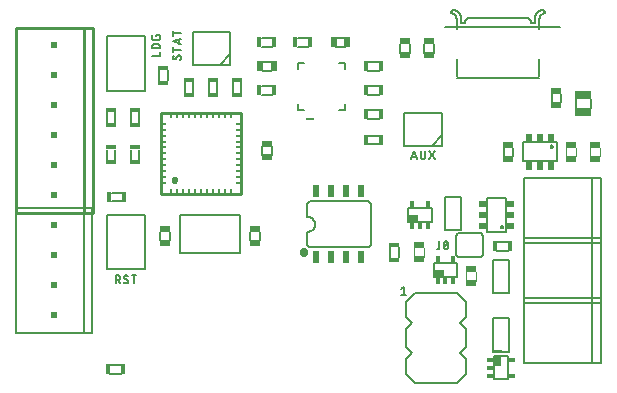
<source format=gto>
G75*
%MOIN*%
%OFA0B0*%
%FSLAX25Y25*%
%IPPOS*%
%LPD*%
%AMOC8*
5,1,8,0,0,1.08239X$1,22.5*
%
%ADD10C,0.00500*%
%ADD11C,0.00400*%
%ADD12R,0.03740X0.01969*%
%ADD13R,0.05709X0.02953*%
%ADD14R,0.01969X0.03740*%
%ADD15C,0.00600*%
%ADD16R,0.01600X0.03400*%
%ADD17C,0.01000*%
%ADD18R,0.00984X0.01969*%
%ADD19R,0.01969X0.00984*%
%ADD20R,0.02000X0.02000*%
%ADD21C,0.00800*%
%ADD22R,0.03400X0.01600*%
%ADD23R,0.02000X0.04050*%
%ADD24R,0.02000X0.04000*%
%ADD25C,0.00010*%
%ADD26R,0.01181X0.02067*%
%ADD27R,0.03500X0.02000*%
%ADD28R,0.02067X0.01181*%
%ADD29R,0.02000X0.03500*%
%ADD30R,0.01969X0.02559*%
%ADD31R,0.02559X0.01969*%
%ADD32R,0.02500X0.01000*%
D10*
X0009705Y0027809D02*
X0032500Y0027809D01*
X0032500Y0069620D01*
X0035295Y0069620D01*
X0035295Y0027809D01*
X0032500Y0027809D01*
X0009705Y0027809D02*
X0009705Y0069620D01*
X0032500Y0069620D01*
X0040201Y0067269D02*
X0040201Y0049159D01*
X0052799Y0049159D01*
X0052799Y0067269D01*
X0040201Y0067269D01*
X0057950Y0061616D02*
X0057950Y0058813D01*
X0061101Y0058813D02*
X0061101Y0061616D01*
X0064657Y0067014D02*
X0084343Y0067014D01*
X0084343Y0054415D01*
X0064657Y0054415D01*
X0064657Y0067014D01*
X0087899Y0061616D02*
X0087899Y0058813D01*
X0091050Y0058813D02*
X0091050Y0061616D01*
X0091899Y0087313D02*
X0091899Y0090116D01*
X0095050Y0090116D02*
X0095050Y0087313D01*
X0103752Y0102214D02*
X0103752Y0104183D01*
X0103752Y0102214D02*
X0105720Y0102214D01*
X0117531Y0102214D02*
X0119500Y0102214D01*
X0119500Y0104183D01*
X0119500Y0115994D02*
X0119500Y0117962D01*
X0117531Y0117962D01*
X0116598Y0123114D02*
X0119402Y0123114D01*
X0119402Y0126264D02*
X0116598Y0126264D01*
X0105720Y0117962D02*
X0103752Y0117962D01*
X0103752Y0115994D01*
X0094902Y0115114D02*
X0092098Y0115114D01*
X0092098Y0118264D02*
X0094902Y0118264D01*
X0081299Y0117203D02*
X0068701Y0117203D01*
X0068701Y0128226D01*
X0081299Y0128226D01*
X0081299Y0120714D01*
X0078000Y0117214D01*
X0081299Y0117203D02*
X0081299Y0120714D01*
X0064850Y0122322D02*
X0062150Y0122322D01*
X0062150Y0121572D02*
X0062150Y0123072D01*
X0062150Y0125010D02*
X0064850Y0125910D01*
X0064175Y0125685D02*
X0064175Y0124335D01*
X0064850Y0124110D02*
X0062150Y0125010D01*
X0062150Y0126948D02*
X0062150Y0128448D01*
X0062150Y0127698D02*
X0064850Y0127698D01*
X0057850Y0127148D02*
X0057850Y0126248D01*
X0057848Y0126201D01*
X0057843Y0126154D01*
X0057833Y0126108D01*
X0057821Y0126063D01*
X0057804Y0126018D01*
X0057785Y0125976D01*
X0057762Y0125935D01*
X0057735Y0125895D01*
X0057706Y0125858D01*
X0057674Y0125824D01*
X0057640Y0125792D01*
X0057603Y0125763D01*
X0057563Y0125736D01*
X0057522Y0125713D01*
X0057480Y0125694D01*
X0057435Y0125677D01*
X0057390Y0125665D01*
X0057344Y0125655D01*
X0057297Y0125650D01*
X0057250Y0125648D01*
X0055750Y0125648D01*
X0055703Y0125650D01*
X0055656Y0125655D01*
X0055610Y0125665D01*
X0055565Y0125677D01*
X0055520Y0125694D01*
X0055478Y0125713D01*
X0055437Y0125736D01*
X0055397Y0125763D01*
X0055360Y0125792D01*
X0055326Y0125824D01*
X0055294Y0125858D01*
X0055265Y0125895D01*
X0055238Y0125935D01*
X0055215Y0125976D01*
X0055196Y0126018D01*
X0055179Y0126063D01*
X0055167Y0126108D01*
X0055157Y0126154D01*
X0055152Y0126201D01*
X0055150Y0126248D01*
X0055150Y0127148D01*
X0056350Y0127148D02*
X0056350Y0126698D01*
X0056350Y0127148D02*
X0057850Y0127148D01*
X0057100Y0124172D02*
X0055900Y0124172D01*
X0055846Y0124170D01*
X0055793Y0124164D01*
X0055741Y0124155D01*
X0055689Y0124142D01*
X0055638Y0124125D01*
X0055588Y0124104D01*
X0055541Y0124080D01*
X0055495Y0124053D01*
X0055451Y0124022D01*
X0055409Y0123989D01*
X0055370Y0123952D01*
X0055333Y0123913D01*
X0055300Y0123871D01*
X0055269Y0123827D01*
X0055242Y0123781D01*
X0055218Y0123734D01*
X0055197Y0123684D01*
X0055180Y0123633D01*
X0055167Y0123581D01*
X0055158Y0123529D01*
X0055152Y0123476D01*
X0055150Y0123422D01*
X0055152Y0123368D01*
X0055158Y0123315D01*
X0055167Y0123263D01*
X0055180Y0123211D01*
X0055197Y0123160D01*
X0055218Y0123110D01*
X0055242Y0123063D01*
X0055269Y0123017D01*
X0055300Y0122973D01*
X0055333Y0122931D01*
X0055370Y0122892D01*
X0055409Y0122855D01*
X0055451Y0122822D01*
X0055495Y0122791D01*
X0055541Y0122764D01*
X0055588Y0122740D01*
X0055638Y0122719D01*
X0055689Y0122702D01*
X0055741Y0122689D01*
X0055793Y0122680D01*
X0055846Y0122674D01*
X0055900Y0122672D01*
X0057100Y0122672D01*
X0057154Y0122674D01*
X0057207Y0122680D01*
X0057259Y0122689D01*
X0057311Y0122702D01*
X0057362Y0122719D01*
X0057412Y0122740D01*
X0057459Y0122764D01*
X0057505Y0122791D01*
X0057549Y0122822D01*
X0057591Y0122855D01*
X0057630Y0122892D01*
X0057667Y0122931D01*
X0057700Y0122973D01*
X0057731Y0123017D01*
X0057758Y0123063D01*
X0057782Y0123110D01*
X0057803Y0123160D01*
X0057820Y0123211D01*
X0057833Y0123263D01*
X0057842Y0123315D01*
X0057848Y0123368D01*
X0057850Y0123422D01*
X0057848Y0123476D01*
X0057842Y0123529D01*
X0057833Y0123581D01*
X0057820Y0123633D01*
X0057803Y0123684D01*
X0057782Y0123734D01*
X0057758Y0123781D01*
X0057731Y0123827D01*
X0057700Y0123871D01*
X0057667Y0123913D01*
X0057630Y0123952D01*
X0057591Y0123989D01*
X0057549Y0124022D01*
X0057505Y0124053D01*
X0057459Y0124080D01*
X0057412Y0124104D01*
X0057362Y0124125D01*
X0057311Y0124142D01*
X0057259Y0124155D01*
X0057207Y0124164D01*
X0057154Y0124170D01*
X0057100Y0124172D01*
X0057850Y0121481D02*
X0057850Y0120281D01*
X0055150Y0120281D01*
X0052799Y0126769D02*
X0040201Y0126769D01*
X0040201Y0108659D01*
X0052799Y0108659D01*
X0052799Y0126769D01*
X0062750Y0119056D02*
X0062799Y0119058D01*
X0062847Y0119064D01*
X0062895Y0119073D01*
X0062941Y0119087D01*
X0062987Y0119104D01*
X0063031Y0119125D01*
X0063073Y0119149D01*
X0063113Y0119176D01*
X0063151Y0119207D01*
X0063186Y0119240D01*
X0063219Y0119276D01*
X0063248Y0119315D01*
X0063275Y0119356D01*
X0063275Y0119355D02*
X0063725Y0120180D01*
X0064850Y0119880D02*
X0064848Y0119813D01*
X0064843Y0119747D01*
X0064834Y0119681D01*
X0064822Y0119615D01*
X0064806Y0119550D01*
X0064787Y0119486D01*
X0064765Y0119424D01*
X0064739Y0119362D01*
X0064710Y0119302D01*
X0064678Y0119243D01*
X0064643Y0119187D01*
X0064606Y0119132D01*
X0064565Y0119079D01*
X0064521Y0119029D01*
X0064475Y0118980D01*
X0063725Y0120180D02*
X0063752Y0120221D01*
X0063781Y0120260D01*
X0063814Y0120296D01*
X0063849Y0120329D01*
X0063887Y0120360D01*
X0063927Y0120387D01*
X0063969Y0120411D01*
X0064013Y0120432D01*
X0064059Y0120449D01*
X0064105Y0120463D01*
X0064153Y0120472D01*
X0064201Y0120478D01*
X0064250Y0120480D01*
X0064297Y0120478D01*
X0064344Y0120473D01*
X0064390Y0120463D01*
X0064435Y0120451D01*
X0064480Y0120434D01*
X0064522Y0120415D01*
X0064563Y0120392D01*
X0064603Y0120365D01*
X0064640Y0120336D01*
X0064674Y0120304D01*
X0064706Y0120270D01*
X0064735Y0120233D01*
X0064762Y0120193D01*
X0064785Y0120152D01*
X0064804Y0120110D01*
X0064821Y0120065D01*
X0064833Y0120020D01*
X0064843Y0119974D01*
X0064848Y0119927D01*
X0064850Y0119880D01*
X0062375Y0120330D02*
X0062337Y0120276D01*
X0062302Y0120220D01*
X0062271Y0120162D01*
X0062243Y0120103D01*
X0062219Y0120042D01*
X0062198Y0119979D01*
X0062181Y0119916D01*
X0062167Y0119851D01*
X0062158Y0119786D01*
X0062152Y0119721D01*
X0062150Y0119655D01*
X0062152Y0119608D01*
X0062157Y0119561D01*
X0062167Y0119515D01*
X0062179Y0119470D01*
X0062196Y0119425D01*
X0062215Y0119383D01*
X0062238Y0119342D01*
X0062265Y0119302D01*
X0062294Y0119265D01*
X0062326Y0119231D01*
X0062360Y0119199D01*
X0062397Y0119170D01*
X0062437Y0119143D01*
X0062478Y0119120D01*
X0062520Y0119101D01*
X0062565Y0119084D01*
X0062610Y0119072D01*
X0062656Y0119062D01*
X0062703Y0119057D01*
X0062750Y0119055D01*
X0137950Y0121313D02*
X0137950Y0124116D01*
X0141101Y0124116D02*
X0141101Y0121313D01*
X0145950Y0121313D02*
X0145950Y0124116D01*
X0149101Y0124116D02*
X0149101Y0121313D01*
X0156720Y0119293D02*
X0156720Y0113388D01*
X0156720Y0112994D02*
X0184280Y0112994D01*
X0184280Y0113388D02*
X0184280Y0119293D01*
X0184280Y0129136D02*
X0184280Y0132482D01*
X0184280Y0132679D01*
X0182704Y0132482D02*
X0182706Y0132592D01*
X0182712Y0132702D01*
X0182721Y0132811D01*
X0182735Y0132920D01*
X0182752Y0133029D01*
X0182773Y0133137D01*
X0182798Y0133244D01*
X0182826Y0133350D01*
X0182858Y0133455D01*
X0182894Y0133559D01*
X0182933Y0133662D01*
X0182976Y0133763D01*
X0183023Y0133863D01*
X0183073Y0133961D01*
X0183126Y0134057D01*
X0183183Y0134151D01*
X0183243Y0134243D01*
X0183306Y0134334D01*
X0183372Y0134421D01*
X0183441Y0134507D01*
X0183513Y0134590D01*
X0183588Y0134670D01*
X0183666Y0134748D01*
X0183746Y0134823D01*
X0183829Y0134895D01*
X0183915Y0134964D01*
X0184002Y0135030D01*
X0184093Y0135093D01*
X0184185Y0135153D01*
X0184279Y0135210D01*
X0184375Y0135263D01*
X0184473Y0135313D01*
X0184573Y0135360D01*
X0184674Y0135403D01*
X0184777Y0135442D01*
X0184881Y0135478D01*
X0184986Y0135510D01*
X0185092Y0135538D01*
X0185199Y0135563D01*
X0185307Y0135584D01*
X0185416Y0135601D01*
X0185525Y0135615D01*
X0185634Y0135624D01*
X0185744Y0135630D01*
X0185854Y0135632D01*
X0186248Y0134451D01*
X0186162Y0134449D01*
X0186076Y0134444D01*
X0185991Y0134434D01*
X0185906Y0134421D01*
X0185822Y0134404D01*
X0185738Y0134384D01*
X0185656Y0134360D01*
X0185575Y0134332D01*
X0185494Y0134301D01*
X0185416Y0134267D01*
X0185339Y0134229D01*
X0185264Y0134187D01*
X0185190Y0134143D01*
X0185119Y0134095D01*
X0185049Y0134044D01*
X0184982Y0133990D01*
X0184918Y0133934D01*
X0184856Y0133874D01*
X0184796Y0133812D01*
X0184740Y0133748D01*
X0184686Y0133681D01*
X0184635Y0133611D01*
X0184587Y0133540D01*
X0184543Y0133467D01*
X0184501Y0133391D01*
X0184463Y0133314D01*
X0184429Y0133236D01*
X0184398Y0133155D01*
X0184370Y0133074D01*
X0184346Y0132992D01*
X0184326Y0132908D01*
X0184309Y0132824D01*
X0184296Y0132739D01*
X0184286Y0132654D01*
X0184281Y0132568D01*
X0184279Y0132482D01*
X0182705Y0132482D02*
X0182705Y0131301D01*
X0181524Y0131301D01*
X0181522Y0131378D01*
X0181516Y0131455D01*
X0181507Y0131532D01*
X0181494Y0131608D01*
X0181477Y0131684D01*
X0181456Y0131758D01*
X0181432Y0131832D01*
X0181404Y0131904D01*
X0181373Y0131974D01*
X0181338Y0132043D01*
X0181300Y0132111D01*
X0181259Y0132176D01*
X0181214Y0132239D01*
X0181166Y0132300D01*
X0181116Y0132359D01*
X0181063Y0132415D01*
X0181007Y0132468D01*
X0180948Y0132518D01*
X0180887Y0132566D01*
X0180824Y0132611D01*
X0180759Y0132652D01*
X0180691Y0132690D01*
X0180622Y0132725D01*
X0180552Y0132756D01*
X0180480Y0132784D01*
X0180406Y0132808D01*
X0180332Y0132829D01*
X0180256Y0132846D01*
X0180180Y0132859D01*
X0180103Y0132868D01*
X0180026Y0132874D01*
X0179949Y0132876D01*
X0161051Y0132876D01*
X0160974Y0132874D01*
X0160897Y0132868D01*
X0160820Y0132859D01*
X0160744Y0132846D01*
X0160668Y0132829D01*
X0160594Y0132808D01*
X0160520Y0132784D01*
X0160448Y0132756D01*
X0160378Y0132725D01*
X0160309Y0132690D01*
X0160241Y0132652D01*
X0160176Y0132611D01*
X0160113Y0132566D01*
X0160052Y0132518D01*
X0159993Y0132468D01*
X0159937Y0132415D01*
X0159884Y0132359D01*
X0159834Y0132300D01*
X0159786Y0132239D01*
X0159741Y0132176D01*
X0159700Y0132111D01*
X0159662Y0132043D01*
X0159627Y0131974D01*
X0159596Y0131904D01*
X0159568Y0131832D01*
X0159544Y0131758D01*
X0159523Y0131684D01*
X0159506Y0131608D01*
X0159493Y0131532D01*
X0159484Y0131455D01*
X0159478Y0131378D01*
X0159476Y0131301D01*
X0158295Y0131301D01*
X0158295Y0132482D01*
X0156720Y0132482D02*
X0156720Y0132679D01*
X0156720Y0132482D02*
X0156720Y0129136D01*
X0158296Y0132482D02*
X0158294Y0132592D01*
X0158288Y0132702D01*
X0158279Y0132811D01*
X0158265Y0132920D01*
X0158248Y0133029D01*
X0158227Y0133137D01*
X0158202Y0133244D01*
X0158174Y0133350D01*
X0158142Y0133455D01*
X0158106Y0133559D01*
X0158067Y0133662D01*
X0158024Y0133763D01*
X0157977Y0133863D01*
X0157927Y0133961D01*
X0157874Y0134057D01*
X0157817Y0134151D01*
X0157757Y0134243D01*
X0157694Y0134334D01*
X0157628Y0134421D01*
X0157559Y0134507D01*
X0157487Y0134590D01*
X0157412Y0134670D01*
X0157334Y0134748D01*
X0157254Y0134823D01*
X0157171Y0134895D01*
X0157085Y0134964D01*
X0156998Y0135030D01*
X0156907Y0135093D01*
X0156815Y0135153D01*
X0156721Y0135210D01*
X0156625Y0135263D01*
X0156527Y0135313D01*
X0156427Y0135360D01*
X0156326Y0135403D01*
X0156223Y0135442D01*
X0156119Y0135478D01*
X0156014Y0135510D01*
X0155908Y0135538D01*
X0155801Y0135563D01*
X0155693Y0135584D01*
X0155584Y0135601D01*
X0155475Y0135615D01*
X0155366Y0135624D01*
X0155256Y0135630D01*
X0155146Y0135632D01*
X0154752Y0134451D01*
X0154838Y0134449D01*
X0154924Y0134444D01*
X0155009Y0134434D01*
X0155094Y0134421D01*
X0155178Y0134404D01*
X0155262Y0134384D01*
X0155344Y0134360D01*
X0155425Y0134332D01*
X0155506Y0134301D01*
X0155584Y0134267D01*
X0155661Y0134229D01*
X0155737Y0134187D01*
X0155810Y0134143D01*
X0155881Y0134095D01*
X0155951Y0134044D01*
X0156018Y0133990D01*
X0156082Y0133934D01*
X0156144Y0133874D01*
X0156204Y0133812D01*
X0156260Y0133748D01*
X0156314Y0133681D01*
X0156365Y0133611D01*
X0156413Y0133540D01*
X0156457Y0133467D01*
X0156499Y0133391D01*
X0156537Y0133314D01*
X0156571Y0133236D01*
X0156602Y0133155D01*
X0156630Y0133074D01*
X0156654Y0132992D01*
X0156674Y0132908D01*
X0156691Y0132824D01*
X0156704Y0132739D01*
X0156714Y0132654D01*
X0156719Y0132568D01*
X0156721Y0132482D01*
X0152783Y0129923D02*
X0191169Y0129923D01*
X0191550Y0107616D02*
X0191550Y0104813D01*
X0188399Y0104813D02*
X0188399Y0107616D01*
X0196402Y0105714D02*
X0196402Y0102714D01*
X0201598Y0102813D02*
X0201598Y0105714D01*
X0175550Y0089616D02*
X0175550Y0086813D01*
X0172399Y0086813D02*
X0172399Y0089616D01*
X0151799Y0090203D02*
X0139201Y0090203D01*
X0139201Y0101226D01*
X0151799Y0101226D01*
X0151799Y0093714D01*
X0148500Y0090214D01*
X0149376Y0088564D02*
X0147576Y0085864D01*
X0146250Y0086614D02*
X0146250Y0088564D01*
X0147576Y0088564D02*
X0149376Y0085864D01*
X0146250Y0086614D02*
X0146248Y0086560D01*
X0146242Y0086507D01*
X0146233Y0086455D01*
X0146220Y0086403D01*
X0146203Y0086352D01*
X0146182Y0086302D01*
X0146158Y0086255D01*
X0146131Y0086209D01*
X0146100Y0086165D01*
X0146067Y0086123D01*
X0146030Y0086084D01*
X0145991Y0086047D01*
X0145949Y0086014D01*
X0145905Y0085983D01*
X0145859Y0085956D01*
X0145812Y0085932D01*
X0145762Y0085911D01*
X0145711Y0085894D01*
X0145659Y0085881D01*
X0145607Y0085872D01*
X0145554Y0085866D01*
X0145500Y0085864D01*
X0145446Y0085866D01*
X0145393Y0085872D01*
X0145341Y0085881D01*
X0145289Y0085894D01*
X0145238Y0085911D01*
X0145188Y0085932D01*
X0145141Y0085956D01*
X0145095Y0085983D01*
X0145051Y0086014D01*
X0145009Y0086047D01*
X0144970Y0086084D01*
X0144933Y0086123D01*
X0144900Y0086165D01*
X0144869Y0086209D01*
X0144842Y0086255D01*
X0144818Y0086302D01*
X0144797Y0086352D01*
X0144780Y0086403D01*
X0144767Y0086455D01*
X0144758Y0086507D01*
X0144752Y0086560D01*
X0144750Y0086614D01*
X0144750Y0088564D01*
X0142524Y0088564D02*
X0143424Y0085864D01*
X0143199Y0086539D02*
X0141849Y0086539D01*
X0141624Y0085864D02*
X0142524Y0088564D01*
X0151799Y0090203D02*
X0151799Y0093714D01*
X0150971Y0058564D02*
X0150971Y0056464D01*
X0150969Y0056417D01*
X0150964Y0056370D01*
X0150954Y0056324D01*
X0150942Y0056279D01*
X0150925Y0056234D01*
X0150906Y0056192D01*
X0150883Y0056151D01*
X0150856Y0056111D01*
X0150827Y0056074D01*
X0150795Y0056040D01*
X0150761Y0056008D01*
X0150724Y0055979D01*
X0150684Y0055952D01*
X0150643Y0055929D01*
X0150601Y0055910D01*
X0150556Y0055893D01*
X0150511Y0055881D01*
X0150465Y0055871D01*
X0150418Y0055866D01*
X0150371Y0055864D01*
X0150071Y0055864D01*
X0153704Y0056239D02*
X0153742Y0056322D01*
X0153778Y0056407D01*
X0153809Y0056493D01*
X0153837Y0056581D01*
X0153861Y0056669D01*
X0153882Y0056758D01*
X0153899Y0056849D01*
X0153912Y0056939D01*
X0153921Y0057031D01*
X0153927Y0057122D01*
X0153929Y0057214D01*
X0152429Y0057214D02*
X0152431Y0057122D01*
X0152437Y0057031D01*
X0152446Y0056939D01*
X0152459Y0056849D01*
X0152476Y0056758D01*
X0152497Y0056669D01*
X0152521Y0056581D01*
X0152549Y0056493D01*
X0152580Y0056407D01*
X0152616Y0056322D01*
X0152654Y0056239D01*
X0152579Y0056464D02*
X0153779Y0057964D01*
X0153704Y0058189D02*
X0153687Y0058232D01*
X0153667Y0058273D01*
X0153644Y0058312D01*
X0153617Y0058350D01*
X0153587Y0058385D01*
X0153555Y0058417D01*
X0153520Y0058447D01*
X0153483Y0058474D01*
X0153443Y0058497D01*
X0153402Y0058517D01*
X0153359Y0058534D01*
X0153315Y0058547D01*
X0153270Y0058556D01*
X0153225Y0058562D01*
X0153179Y0058564D01*
X0153133Y0058562D01*
X0153088Y0058556D01*
X0153043Y0058547D01*
X0152999Y0058534D01*
X0152956Y0058517D01*
X0152915Y0058497D01*
X0152875Y0058474D01*
X0152838Y0058447D01*
X0152803Y0058417D01*
X0152771Y0058385D01*
X0152741Y0058350D01*
X0152714Y0058312D01*
X0152691Y0058273D01*
X0152671Y0058232D01*
X0152654Y0058189D01*
X0153704Y0058189D02*
X0153742Y0058106D01*
X0153778Y0058021D01*
X0153809Y0057935D01*
X0153837Y0057847D01*
X0153861Y0057759D01*
X0153882Y0057670D01*
X0153899Y0057579D01*
X0153912Y0057489D01*
X0153921Y0057397D01*
X0153927Y0057306D01*
X0153929Y0057214D01*
X0152429Y0057214D02*
X0152431Y0057306D01*
X0152437Y0057397D01*
X0152446Y0057489D01*
X0152459Y0057579D01*
X0152476Y0057670D01*
X0152497Y0057759D01*
X0152521Y0057847D01*
X0152549Y0057935D01*
X0152580Y0058021D01*
X0152616Y0058106D01*
X0152654Y0058189D01*
X0153704Y0056239D02*
X0153687Y0056196D01*
X0153667Y0056155D01*
X0153644Y0056116D01*
X0153617Y0056078D01*
X0153587Y0056043D01*
X0153555Y0056011D01*
X0153520Y0055981D01*
X0153483Y0055954D01*
X0153443Y0055931D01*
X0153402Y0055911D01*
X0153359Y0055894D01*
X0153315Y0055881D01*
X0153270Y0055872D01*
X0153225Y0055866D01*
X0153179Y0055864D01*
X0153133Y0055866D01*
X0153088Y0055872D01*
X0153043Y0055881D01*
X0152999Y0055894D01*
X0152956Y0055911D01*
X0152915Y0055931D01*
X0152875Y0055954D01*
X0152838Y0055981D01*
X0152803Y0056011D01*
X0152771Y0056043D01*
X0152741Y0056078D01*
X0152714Y0056116D01*
X0152691Y0056155D01*
X0152671Y0056196D01*
X0152654Y0056239D01*
X0157000Y0041214D02*
X0143000Y0041214D01*
X0140000Y0038214D01*
X0140000Y0033214D01*
X0142000Y0031214D01*
X0140000Y0029214D01*
X0140000Y0023214D01*
X0142000Y0021214D01*
X0140000Y0019214D01*
X0140000Y0014214D01*
X0143000Y0011214D01*
X0157000Y0011214D01*
X0160000Y0014214D01*
X0160000Y0019214D01*
X0158000Y0021214D01*
X0160000Y0023214D01*
X0160000Y0029214D01*
X0158000Y0031214D01*
X0160000Y0033214D01*
X0160000Y0038214D01*
X0157000Y0041214D01*
X0049924Y0047064D02*
X0048424Y0047064D01*
X0049174Y0047064D02*
X0049174Y0044364D01*
X0047032Y0045489D02*
X0046207Y0045939D01*
X0046507Y0047064D02*
X0046573Y0047062D01*
X0046638Y0047056D01*
X0046703Y0047047D01*
X0046768Y0047033D01*
X0046831Y0047016D01*
X0046894Y0046995D01*
X0046955Y0046971D01*
X0047014Y0046943D01*
X0047072Y0046912D01*
X0047128Y0046877D01*
X0047182Y0046839D01*
X0046208Y0045939D02*
X0046167Y0045966D01*
X0046128Y0045995D01*
X0046092Y0046028D01*
X0046059Y0046063D01*
X0046028Y0046101D01*
X0046001Y0046141D01*
X0045977Y0046183D01*
X0045956Y0046227D01*
X0045939Y0046273D01*
X0045925Y0046319D01*
X0045916Y0046367D01*
X0045910Y0046415D01*
X0045908Y0046464D01*
X0045907Y0046464D02*
X0045909Y0046511D01*
X0045914Y0046558D01*
X0045924Y0046604D01*
X0045936Y0046649D01*
X0045953Y0046694D01*
X0045972Y0046736D01*
X0045995Y0046777D01*
X0046022Y0046817D01*
X0046051Y0046854D01*
X0046083Y0046888D01*
X0046117Y0046920D01*
X0046154Y0046949D01*
X0046194Y0046976D01*
X0046235Y0046999D01*
X0046277Y0047018D01*
X0046322Y0047035D01*
X0046367Y0047047D01*
X0046413Y0047057D01*
X0046460Y0047062D01*
X0046507Y0047064D01*
X0045832Y0044740D02*
X0045881Y0044694D01*
X0045931Y0044650D01*
X0045984Y0044609D01*
X0046039Y0044572D01*
X0046095Y0044537D01*
X0046154Y0044505D01*
X0046214Y0044476D01*
X0046276Y0044450D01*
X0046338Y0044428D01*
X0046402Y0044409D01*
X0046467Y0044393D01*
X0046533Y0044381D01*
X0046599Y0044372D01*
X0046665Y0044367D01*
X0046732Y0044365D01*
X0046732Y0044364D02*
X0046779Y0044366D01*
X0046826Y0044371D01*
X0046872Y0044381D01*
X0046917Y0044393D01*
X0046962Y0044410D01*
X0047004Y0044429D01*
X0047045Y0044452D01*
X0047085Y0044479D01*
X0047122Y0044508D01*
X0047156Y0044540D01*
X0047188Y0044574D01*
X0047217Y0044611D01*
X0047244Y0044651D01*
X0047267Y0044692D01*
X0047286Y0044734D01*
X0047303Y0044779D01*
X0047315Y0044824D01*
X0047325Y0044870D01*
X0047330Y0044917D01*
X0047332Y0044964D01*
X0047330Y0045013D01*
X0047324Y0045061D01*
X0047315Y0045109D01*
X0047301Y0045155D01*
X0047284Y0045201D01*
X0047263Y0045245D01*
X0047239Y0045287D01*
X0047212Y0045327D01*
X0047181Y0045365D01*
X0047148Y0045400D01*
X0047112Y0045433D01*
X0047073Y0045462D01*
X0047032Y0045489D01*
X0044576Y0044364D02*
X0043976Y0045564D01*
X0043826Y0045564D02*
X0043076Y0045564D01*
X0043826Y0045564D02*
X0043880Y0045566D01*
X0043933Y0045572D01*
X0043985Y0045581D01*
X0044037Y0045594D01*
X0044088Y0045611D01*
X0044138Y0045632D01*
X0044185Y0045656D01*
X0044231Y0045683D01*
X0044275Y0045714D01*
X0044317Y0045747D01*
X0044356Y0045784D01*
X0044393Y0045823D01*
X0044426Y0045865D01*
X0044457Y0045909D01*
X0044484Y0045955D01*
X0044508Y0046002D01*
X0044529Y0046052D01*
X0044546Y0046103D01*
X0044559Y0046155D01*
X0044568Y0046207D01*
X0044574Y0046260D01*
X0044576Y0046314D01*
X0044574Y0046368D01*
X0044568Y0046421D01*
X0044559Y0046473D01*
X0044546Y0046525D01*
X0044529Y0046576D01*
X0044508Y0046626D01*
X0044484Y0046673D01*
X0044457Y0046719D01*
X0044426Y0046763D01*
X0044393Y0046805D01*
X0044356Y0046844D01*
X0044317Y0046881D01*
X0044275Y0046914D01*
X0044231Y0046945D01*
X0044185Y0046972D01*
X0044138Y0046996D01*
X0044088Y0047017D01*
X0044037Y0047034D01*
X0043985Y0047047D01*
X0043933Y0047056D01*
X0043880Y0047062D01*
X0043826Y0047064D01*
X0043076Y0047064D01*
X0043076Y0044364D01*
D11*
X0142350Y0053313D02*
X0142350Y0056116D01*
X0145701Y0056116D02*
X0145701Y0053313D01*
X0159850Y0048116D02*
X0159850Y0045313D01*
X0163201Y0045313D02*
X0163201Y0048116D01*
X0193299Y0086813D02*
X0193299Y0089616D01*
X0196650Y0089616D02*
X0196650Y0086813D01*
X0201299Y0086813D02*
X0201299Y0089616D01*
X0204650Y0089616D02*
X0204650Y0086813D01*
D12*
X0202980Y0085899D03*
X0202980Y0090499D03*
X0194980Y0090499D03*
X0194980Y0085899D03*
X0173980Y0085899D03*
X0173980Y0090499D03*
X0189980Y0103899D03*
X0189980Y0108499D03*
X0147520Y0120430D03*
X0147520Y0125030D03*
X0139520Y0125030D03*
X0139520Y0120430D03*
X0093480Y0090999D03*
X0093480Y0086399D03*
X0089480Y0062499D03*
X0089480Y0057899D03*
X0059520Y0057930D03*
X0059520Y0062530D03*
X0144020Y0057030D03*
X0144020Y0052430D03*
X0161520Y0049030D03*
X0161520Y0044430D03*
D13*
X0198995Y0101391D03*
X0198995Y0107091D03*
D14*
X0120316Y0124694D03*
X0115716Y0124694D03*
X0095816Y0116694D03*
X0091216Y0116694D03*
D15*
X0084902Y0111415D02*
X0084902Y0108014D01*
X0082098Y0108014D02*
X0082098Y0111415D01*
X0076902Y0111415D02*
X0076902Y0108014D01*
X0074098Y0108014D02*
X0074098Y0111415D01*
X0068902Y0111415D02*
X0068902Y0108014D01*
X0066098Y0108014D02*
X0066098Y0111415D01*
X0060402Y0112014D02*
X0060402Y0115415D01*
X0057598Y0115415D02*
X0057598Y0112014D01*
X0050902Y0101415D02*
X0050902Y0098014D01*
X0048098Y0098014D02*
X0048098Y0101415D01*
X0042902Y0101415D02*
X0042902Y0098014D01*
X0040098Y0098014D02*
X0040098Y0101415D01*
X0040098Y0088915D02*
X0040098Y0085514D01*
X0042902Y0085514D02*
X0042902Y0088915D01*
X0048098Y0088915D02*
X0048098Y0085514D01*
X0050902Y0085514D02*
X0050902Y0088915D01*
X0045201Y0074616D02*
X0041799Y0074616D01*
X0041799Y0071813D02*
X0045201Y0071813D01*
X0091799Y0107313D02*
X0095201Y0107313D01*
X0095201Y0110116D02*
X0091799Y0110116D01*
X0091799Y0123313D02*
X0095201Y0123313D01*
X0095201Y0126116D02*
X0091799Y0126116D01*
X0103799Y0126116D02*
X0107201Y0126116D01*
X0107201Y0123313D02*
X0103799Y0123313D01*
X0127299Y0118116D02*
X0130701Y0118116D01*
X0130701Y0115313D02*
X0127299Y0115313D01*
X0127299Y0110116D02*
X0130701Y0110116D01*
X0130701Y0107313D02*
X0127299Y0107313D01*
X0127299Y0102116D02*
X0130701Y0102116D01*
X0130701Y0099313D02*
X0127299Y0099313D01*
X0127299Y0093616D02*
X0130701Y0093616D01*
X0130701Y0090813D02*
X0127299Y0090813D01*
X0152900Y0073314D02*
X0158100Y0073314D01*
X0158100Y0062114D01*
X0152900Y0062114D01*
X0152900Y0073314D01*
X0166811Y0072813D02*
X0166811Y0072443D01*
X0166811Y0072813D02*
X0166811Y0061616D01*
X0166811Y0061986D01*
X0166811Y0061616D02*
X0173189Y0061616D01*
X0173189Y0061986D01*
X0173189Y0061616D02*
X0173189Y0072813D01*
X0173189Y0072443D01*
X0173189Y0072813D02*
X0166811Y0072813D01*
X0166811Y0069269D02*
X0166811Y0068899D01*
X0166811Y0065529D02*
X0166811Y0065159D01*
X0171378Y0063277D02*
X0171380Y0063316D01*
X0171386Y0063355D01*
X0171396Y0063393D01*
X0171409Y0063430D01*
X0171426Y0063465D01*
X0171446Y0063499D01*
X0171470Y0063530D01*
X0171497Y0063559D01*
X0171526Y0063585D01*
X0171558Y0063608D01*
X0171592Y0063628D01*
X0171628Y0063644D01*
X0171665Y0063656D01*
X0171704Y0063665D01*
X0171743Y0063670D01*
X0171782Y0063671D01*
X0171821Y0063668D01*
X0171860Y0063661D01*
X0171897Y0063650D01*
X0171934Y0063636D01*
X0171969Y0063618D01*
X0172002Y0063597D01*
X0172033Y0063572D01*
X0172061Y0063545D01*
X0172086Y0063515D01*
X0172108Y0063482D01*
X0172127Y0063448D01*
X0172142Y0063412D01*
X0172154Y0063374D01*
X0172162Y0063336D01*
X0172166Y0063297D01*
X0172166Y0063257D01*
X0172162Y0063218D01*
X0172154Y0063180D01*
X0172142Y0063142D01*
X0172127Y0063106D01*
X0172108Y0063072D01*
X0172086Y0063039D01*
X0172061Y0063009D01*
X0172033Y0062982D01*
X0172002Y0062957D01*
X0171969Y0062936D01*
X0171934Y0062918D01*
X0171897Y0062904D01*
X0171860Y0062893D01*
X0171821Y0062886D01*
X0171782Y0062883D01*
X0171743Y0062884D01*
X0171704Y0062889D01*
X0171665Y0062898D01*
X0171628Y0062910D01*
X0171592Y0062926D01*
X0171558Y0062946D01*
X0171526Y0062969D01*
X0171497Y0062995D01*
X0171470Y0063024D01*
X0171446Y0063055D01*
X0171426Y0063089D01*
X0171409Y0063124D01*
X0171396Y0063161D01*
X0171386Y0063199D01*
X0171380Y0063238D01*
X0171378Y0063277D01*
X0173189Y0065159D02*
X0173189Y0065529D01*
X0173189Y0068899D02*
X0173189Y0069269D01*
X0164400Y0061214D02*
X0157600Y0061214D01*
X0157540Y0061212D01*
X0157479Y0061207D01*
X0157420Y0061198D01*
X0157361Y0061185D01*
X0157302Y0061169D01*
X0157245Y0061149D01*
X0157190Y0061126D01*
X0157135Y0061099D01*
X0157083Y0061070D01*
X0157032Y0061037D01*
X0156983Y0061001D01*
X0156937Y0060963D01*
X0156893Y0060921D01*
X0156851Y0060877D01*
X0156813Y0060831D01*
X0156777Y0060782D01*
X0156744Y0060731D01*
X0156715Y0060679D01*
X0156688Y0060624D01*
X0156665Y0060569D01*
X0156645Y0060512D01*
X0156629Y0060453D01*
X0156616Y0060394D01*
X0156607Y0060335D01*
X0156602Y0060274D01*
X0156600Y0060214D01*
X0156600Y0054214D01*
X0156602Y0054154D01*
X0156607Y0054093D01*
X0156616Y0054034D01*
X0156629Y0053975D01*
X0156645Y0053916D01*
X0156665Y0053859D01*
X0156688Y0053804D01*
X0156715Y0053749D01*
X0156744Y0053697D01*
X0156777Y0053646D01*
X0156813Y0053597D01*
X0156851Y0053551D01*
X0156893Y0053507D01*
X0156937Y0053465D01*
X0156983Y0053427D01*
X0157032Y0053391D01*
X0157083Y0053358D01*
X0157135Y0053329D01*
X0157190Y0053302D01*
X0157245Y0053279D01*
X0157302Y0053259D01*
X0157361Y0053243D01*
X0157420Y0053230D01*
X0157479Y0053221D01*
X0157540Y0053216D01*
X0157600Y0053214D01*
X0164400Y0053214D01*
X0164460Y0053216D01*
X0164521Y0053221D01*
X0164580Y0053230D01*
X0164639Y0053243D01*
X0164698Y0053259D01*
X0164755Y0053279D01*
X0164810Y0053302D01*
X0164865Y0053329D01*
X0164917Y0053358D01*
X0164968Y0053391D01*
X0165017Y0053427D01*
X0165063Y0053465D01*
X0165107Y0053507D01*
X0165149Y0053551D01*
X0165187Y0053597D01*
X0165223Y0053646D01*
X0165256Y0053697D01*
X0165285Y0053749D01*
X0165312Y0053804D01*
X0165335Y0053859D01*
X0165355Y0053916D01*
X0165371Y0053975D01*
X0165384Y0054034D01*
X0165393Y0054093D01*
X0165398Y0054154D01*
X0165400Y0054214D01*
X0165400Y0060214D01*
X0165398Y0060274D01*
X0165393Y0060335D01*
X0165384Y0060394D01*
X0165371Y0060453D01*
X0165355Y0060512D01*
X0165335Y0060569D01*
X0165312Y0060624D01*
X0165285Y0060679D01*
X0165256Y0060731D01*
X0165223Y0060782D01*
X0165187Y0060831D01*
X0165149Y0060877D01*
X0165107Y0060921D01*
X0165063Y0060963D01*
X0165017Y0061001D01*
X0164968Y0061037D01*
X0164917Y0061070D01*
X0164865Y0061099D01*
X0164810Y0061126D01*
X0164755Y0061149D01*
X0164698Y0061169D01*
X0164639Y0061185D01*
X0164580Y0061198D01*
X0164521Y0061207D01*
X0164460Y0061212D01*
X0164400Y0061214D01*
X0170299Y0058116D02*
X0173701Y0058116D01*
X0173701Y0055313D02*
X0170299Y0055313D01*
X0168900Y0052314D02*
X0174100Y0052314D01*
X0174100Y0041114D01*
X0168900Y0041114D01*
X0168900Y0052314D01*
X0168900Y0032814D02*
X0168900Y0021614D01*
X0174100Y0021614D01*
X0174100Y0032814D01*
X0168900Y0032814D01*
X0139744Y0040514D02*
X0138300Y0040514D01*
X0139022Y0040514D02*
X0139022Y0043114D01*
X0138300Y0042537D01*
X0137402Y0053014D02*
X0137402Y0056415D01*
X0134598Y0056415D02*
X0134598Y0053014D01*
X0178902Y0085025D02*
X0179272Y0085025D01*
X0178902Y0085025D02*
X0190098Y0085025D01*
X0189728Y0085025D01*
X0190098Y0085025D02*
X0190098Y0091403D01*
X0189728Y0091403D01*
X0190098Y0091403D02*
X0178902Y0091403D01*
X0179272Y0091403D01*
X0178902Y0091403D02*
X0178902Y0085025D01*
X0182445Y0085025D02*
X0182815Y0085025D01*
X0186185Y0085025D02*
X0186555Y0085025D01*
X0188043Y0089986D02*
X0188045Y0090025D01*
X0188051Y0090064D01*
X0188061Y0090102D01*
X0188074Y0090139D01*
X0188091Y0090174D01*
X0188111Y0090208D01*
X0188135Y0090239D01*
X0188162Y0090268D01*
X0188191Y0090294D01*
X0188223Y0090317D01*
X0188257Y0090337D01*
X0188293Y0090353D01*
X0188330Y0090365D01*
X0188369Y0090374D01*
X0188408Y0090379D01*
X0188447Y0090380D01*
X0188486Y0090377D01*
X0188525Y0090370D01*
X0188562Y0090359D01*
X0188599Y0090345D01*
X0188634Y0090327D01*
X0188667Y0090306D01*
X0188698Y0090281D01*
X0188726Y0090254D01*
X0188751Y0090224D01*
X0188773Y0090191D01*
X0188792Y0090157D01*
X0188807Y0090121D01*
X0188819Y0090083D01*
X0188827Y0090045D01*
X0188831Y0090006D01*
X0188831Y0089966D01*
X0188827Y0089927D01*
X0188819Y0089889D01*
X0188807Y0089851D01*
X0188792Y0089815D01*
X0188773Y0089781D01*
X0188751Y0089748D01*
X0188726Y0089718D01*
X0188698Y0089691D01*
X0188667Y0089666D01*
X0188634Y0089645D01*
X0188599Y0089627D01*
X0188562Y0089613D01*
X0188525Y0089602D01*
X0188486Y0089595D01*
X0188447Y0089592D01*
X0188408Y0089593D01*
X0188369Y0089598D01*
X0188330Y0089607D01*
X0188293Y0089619D01*
X0188257Y0089635D01*
X0188223Y0089655D01*
X0188191Y0089678D01*
X0188162Y0089704D01*
X0188135Y0089733D01*
X0188111Y0089764D01*
X0188091Y0089798D01*
X0188074Y0089833D01*
X0188061Y0089870D01*
X0188051Y0089908D01*
X0188045Y0089947D01*
X0188043Y0089986D01*
X0186555Y0091403D02*
X0186185Y0091403D01*
X0182815Y0091403D02*
X0182445Y0091403D01*
X0044701Y0017116D02*
X0041299Y0017116D01*
X0041299Y0014313D02*
X0044701Y0014313D01*
D16*
X0040500Y0015714D03*
X0045500Y0015714D03*
X0046000Y0073214D03*
X0041000Y0073214D03*
X0091000Y0108714D03*
X0096000Y0108714D03*
X0096000Y0124714D03*
X0091000Y0124714D03*
X0103000Y0124714D03*
X0108000Y0124714D03*
X0126500Y0116714D03*
X0131500Y0116714D03*
X0131500Y0108714D03*
X0126500Y0108714D03*
X0126500Y0100714D03*
X0131500Y0100714D03*
X0131500Y0092214D03*
X0126500Y0092214D03*
X0169500Y0056714D03*
X0174500Y0056714D03*
D17*
X0084886Y0074329D02*
X0082524Y0074329D01*
X0060476Y0074329D01*
X0058114Y0074329D01*
X0058114Y0076691D01*
X0058114Y0098738D01*
X0058114Y0101100D01*
X0060476Y0101100D01*
X0082524Y0101100D01*
X0084886Y0101100D01*
X0084886Y0098738D01*
X0084886Y0076691D01*
X0084886Y0074329D01*
X0062020Y0078856D02*
X0062022Y0078905D01*
X0062028Y0078955D01*
X0062038Y0079003D01*
X0062051Y0079051D01*
X0062069Y0079097D01*
X0062089Y0079142D01*
X0062114Y0079185D01*
X0062142Y0079226D01*
X0062173Y0079264D01*
X0062207Y0079300D01*
X0062243Y0079333D01*
X0062282Y0079364D01*
X0062324Y0079390D01*
X0062367Y0079414D01*
X0062413Y0079434D01*
X0062459Y0079451D01*
X0062507Y0079463D01*
X0062556Y0079472D01*
X0062605Y0079477D01*
X0062654Y0079478D01*
X0062704Y0079475D01*
X0062753Y0079468D01*
X0062801Y0079457D01*
X0062848Y0079443D01*
X0062894Y0079425D01*
X0062939Y0079403D01*
X0062981Y0079377D01*
X0063021Y0079349D01*
X0063059Y0079317D01*
X0063095Y0079283D01*
X0063127Y0079245D01*
X0063157Y0079205D01*
X0063183Y0079163D01*
X0063205Y0079119D01*
X0063225Y0079074D01*
X0063240Y0079027D01*
X0063252Y0078979D01*
X0063260Y0078930D01*
X0063264Y0078881D01*
X0063264Y0078831D01*
X0063260Y0078782D01*
X0063252Y0078733D01*
X0063240Y0078685D01*
X0063225Y0078638D01*
X0063205Y0078593D01*
X0063183Y0078549D01*
X0063157Y0078507D01*
X0063127Y0078467D01*
X0063095Y0078429D01*
X0063059Y0078395D01*
X0063021Y0078363D01*
X0062981Y0078335D01*
X0062939Y0078309D01*
X0062894Y0078287D01*
X0062848Y0078269D01*
X0062801Y0078255D01*
X0062753Y0078244D01*
X0062704Y0078237D01*
X0062654Y0078234D01*
X0062605Y0078235D01*
X0062556Y0078240D01*
X0062507Y0078249D01*
X0062459Y0078261D01*
X0062413Y0078278D01*
X0062367Y0078298D01*
X0062324Y0078322D01*
X0062282Y0078348D01*
X0062243Y0078379D01*
X0062207Y0078412D01*
X0062173Y0078448D01*
X0062142Y0078486D01*
X0062114Y0078527D01*
X0062089Y0078570D01*
X0062069Y0078615D01*
X0062051Y0078661D01*
X0062038Y0078709D01*
X0062028Y0078757D01*
X0062022Y0078807D01*
X0062020Y0078856D01*
X0035492Y0067809D02*
X0032500Y0067809D01*
X0032500Y0129620D01*
X0035492Y0129620D01*
X0035492Y0067809D01*
X0032500Y0067809D02*
X0009902Y0067809D01*
X0009902Y0129620D01*
X0032500Y0129620D01*
D18*
X0061657Y0100510D03*
X0063626Y0100510D03*
X0065594Y0100510D03*
X0067563Y0100510D03*
X0069531Y0100510D03*
X0071500Y0100510D03*
X0073469Y0100510D03*
X0075437Y0100510D03*
X0077406Y0100510D03*
X0079374Y0100510D03*
X0081343Y0100510D03*
X0081343Y0074919D03*
X0079374Y0074919D03*
X0077406Y0074919D03*
X0075437Y0074919D03*
X0073469Y0074919D03*
X0071500Y0074919D03*
X0069531Y0074919D03*
X0067563Y0074919D03*
X0065594Y0074919D03*
X0063626Y0074919D03*
X0061657Y0074919D03*
D19*
X0058705Y0077872D03*
X0058705Y0079840D03*
X0058705Y0081809D03*
X0058705Y0083777D03*
X0058705Y0085746D03*
X0058705Y0087714D03*
X0058705Y0089683D03*
X0058705Y0091651D03*
X0058705Y0093620D03*
X0058705Y0095588D03*
X0058705Y0097557D03*
X0084295Y0097557D03*
X0084295Y0095588D03*
X0084295Y0093620D03*
X0084295Y0091651D03*
X0084295Y0089683D03*
X0084295Y0087714D03*
X0084295Y0085746D03*
X0084295Y0083777D03*
X0084295Y0081809D03*
X0084295Y0079840D03*
X0084295Y0077872D03*
D20*
X0022500Y0073714D03*
X0022500Y0063714D03*
X0022500Y0053714D03*
X0022500Y0043714D03*
X0022500Y0033714D03*
X0022500Y0083714D03*
X0022500Y0093714D03*
X0022500Y0103714D03*
X0022500Y0113714D03*
X0022500Y0123714D03*
D21*
X0106800Y0069933D02*
X0106800Y0066614D01*
X0107000Y0066614D02*
X0107098Y0066612D01*
X0107196Y0066606D01*
X0107294Y0066597D01*
X0107391Y0066583D01*
X0107488Y0066566D01*
X0107584Y0066545D01*
X0107679Y0066520D01*
X0107773Y0066492D01*
X0107865Y0066459D01*
X0107957Y0066424D01*
X0108047Y0066384D01*
X0108135Y0066342D01*
X0108222Y0066295D01*
X0108306Y0066246D01*
X0108389Y0066193D01*
X0108469Y0066137D01*
X0108548Y0066077D01*
X0108624Y0066015D01*
X0108697Y0065950D01*
X0108768Y0065882D01*
X0108836Y0065811D01*
X0108901Y0065738D01*
X0108963Y0065662D01*
X0109023Y0065583D01*
X0109079Y0065503D01*
X0109132Y0065420D01*
X0109181Y0065336D01*
X0109228Y0065249D01*
X0109270Y0065161D01*
X0109310Y0065071D01*
X0109345Y0064979D01*
X0109378Y0064887D01*
X0109406Y0064793D01*
X0109431Y0064698D01*
X0109452Y0064602D01*
X0109469Y0064505D01*
X0109483Y0064408D01*
X0109492Y0064310D01*
X0109498Y0064212D01*
X0109500Y0064114D01*
X0109498Y0064016D01*
X0109492Y0063918D01*
X0109483Y0063820D01*
X0109469Y0063723D01*
X0109452Y0063626D01*
X0109431Y0063530D01*
X0109406Y0063435D01*
X0109378Y0063341D01*
X0109345Y0063249D01*
X0109310Y0063157D01*
X0109270Y0063067D01*
X0109228Y0062979D01*
X0109181Y0062892D01*
X0109132Y0062808D01*
X0109079Y0062725D01*
X0109023Y0062645D01*
X0108963Y0062566D01*
X0108901Y0062490D01*
X0108836Y0062417D01*
X0108768Y0062346D01*
X0108697Y0062278D01*
X0108624Y0062213D01*
X0108548Y0062151D01*
X0108469Y0062091D01*
X0108389Y0062035D01*
X0108306Y0061982D01*
X0108222Y0061933D01*
X0108135Y0061886D01*
X0108047Y0061844D01*
X0107957Y0061804D01*
X0107865Y0061769D01*
X0107773Y0061736D01*
X0107679Y0061708D01*
X0107584Y0061683D01*
X0107488Y0061662D01*
X0107391Y0061645D01*
X0107294Y0061631D01*
X0107196Y0061622D01*
X0107098Y0061616D01*
X0107000Y0061614D01*
X0106800Y0061614D02*
X0106800Y0057658D01*
X0106801Y0057658D02*
X0106813Y0057588D01*
X0106830Y0057518D01*
X0106850Y0057450D01*
X0106873Y0057382D01*
X0106901Y0057316D01*
X0106932Y0057252D01*
X0106966Y0057190D01*
X0107004Y0057129D01*
X0107044Y0057070D01*
X0107088Y0057014D01*
X0107135Y0056961D01*
X0107185Y0056909D01*
X0107238Y0056861D01*
X0107293Y0056816D01*
X0107350Y0056773D01*
X0107410Y0056734D01*
X0107472Y0056698D01*
X0107535Y0056666D01*
X0107600Y0056637D01*
X0107667Y0056611D01*
X0107735Y0056589D01*
X0107804Y0056571D01*
X0107874Y0056557D01*
X0107945Y0056547D01*
X0108016Y0056540D01*
X0108087Y0056537D01*
X0108158Y0056538D01*
X0108230Y0056543D01*
X0108300Y0056552D01*
X0127094Y0056552D01*
X0127164Y0056564D01*
X0127234Y0056581D01*
X0127302Y0056601D01*
X0127369Y0056625D01*
X0127435Y0056652D01*
X0127500Y0056683D01*
X0127562Y0056717D01*
X0127623Y0056755D01*
X0127681Y0056796D01*
X0127738Y0056840D01*
X0127791Y0056887D01*
X0127842Y0056937D01*
X0127891Y0056989D01*
X0127936Y0057044D01*
X0127979Y0057102D01*
X0128018Y0057161D01*
X0128054Y0057223D01*
X0128086Y0057287D01*
X0128115Y0057352D01*
X0128141Y0057418D01*
X0128162Y0057486D01*
X0128181Y0057556D01*
X0128195Y0057625D01*
X0128205Y0057696D01*
X0128212Y0057767D01*
X0128215Y0057838D01*
X0128214Y0057910D01*
X0128209Y0057981D01*
X0128200Y0058052D01*
X0128200Y0070377D01*
X0128198Y0070453D01*
X0128192Y0070528D01*
X0128183Y0070604D01*
X0128169Y0070679D01*
X0128152Y0070753D01*
X0128131Y0070826D01*
X0128107Y0070898D01*
X0128079Y0070968D01*
X0128047Y0071037D01*
X0128012Y0071105D01*
X0127973Y0071170D01*
X0127931Y0071234D01*
X0127886Y0071295D01*
X0127838Y0071354D01*
X0127787Y0071410D01*
X0127733Y0071464D01*
X0127677Y0071515D01*
X0127618Y0071563D01*
X0127557Y0071608D01*
X0127493Y0071650D01*
X0127428Y0071689D01*
X0127360Y0071724D01*
X0127291Y0071756D01*
X0127221Y0071784D01*
X0127149Y0071808D01*
X0127076Y0071829D01*
X0127002Y0071846D01*
X0126927Y0071860D01*
X0126851Y0071869D01*
X0126776Y0071875D01*
X0126700Y0071877D01*
X0108300Y0071877D01*
X0108219Y0071865D01*
X0108139Y0071850D01*
X0108060Y0071831D01*
X0107982Y0071809D01*
X0107905Y0071782D01*
X0107829Y0071753D01*
X0107755Y0071719D01*
X0107683Y0071682D01*
X0107612Y0071642D01*
X0107544Y0071598D01*
X0107477Y0071551D01*
X0107413Y0071501D01*
X0107352Y0071448D01*
X0107293Y0071392D01*
X0107236Y0071333D01*
X0107183Y0071272D01*
X0107132Y0071208D01*
X0107085Y0071142D01*
X0107041Y0071074D01*
X0107000Y0071004D01*
X0106962Y0070932D01*
X0106928Y0070858D01*
X0106898Y0070782D01*
X0106871Y0070706D01*
X0106848Y0070628D01*
X0106828Y0070549D01*
X0106813Y0070469D01*
X0106801Y0070388D01*
X0106793Y0070308D01*
X0106789Y0070226D01*
X0106788Y0070145D01*
X0106792Y0070064D01*
X0106799Y0069983D01*
X0140661Y0069577D02*
X0140661Y0064852D01*
X0148339Y0064852D01*
X0148339Y0069577D01*
X0140661Y0069577D01*
X0155106Y0073226D02*
X0158256Y0073226D01*
X0158256Y0070864D01*
X0158256Y0064565D02*
X0158256Y0062203D01*
X0155106Y0062203D01*
X0171106Y0052226D02*
X0174256Y0052226D01*
X0174256Y0049864D01*
X0174256Y0043565D02*
X0174256Y0041203D01*
X0171106Y0041203D01*
X0179205Y0039620D02*
X0201843Y0039620D01*
X0201843Y0017966D01*
X0179205Y0017966D01*
X0179205Y0039620D01*
X0179205Y0037966D02*
X0179205Y0059620D01*
X0201843Y0059620D01*
X0201843Y0037966D01*
X0179205Y0037966D01*
X0171894Y0032726D02*
X0168744Y0032726D01*
X0168744Y0030364D01*
X0168744Y0024065D02*
X0168744Y0021703D01*
X0171894Y0021703D01*
X0173862Y0020053D02*
X0169138Y0020053D01*
X0169138Y0012376D01*
X0173862Y0012376D01*
X0173862Y0020053D01*
X0201843Y0017966D02*
X0204795Y0017966D01*
X0204795Y0039620D01*
X0201843Y0039620D01*
X0201843Y0037966D02*
X0204795Y0037966D01*
X0204795Y0059620D01*
X0201843Y0059620D01*
X0201843Y0057966D02*
X0201843Y0079620D01*
X0204795Y0079620D01*
X0204795Y0057966D01*
X0201843Y0057966D01*
X0179205Y0057966D01*
X0179205Y0079620D01*
X0201843Y0079620D01*
X0156839Y0051077D02*
X0156839Y0046352D01*
X0149161Y0046352D01*
X0149161Y0051077D01*
X0156839Y0051077D01*
D22*
X0136000Y0052214D03*
X0136000Y0057214D03*
X0083500Y0107214D03*
X0083500Y0112214D03*
X0075500Y0112214D03*
X0075500Y0107214D03*
X0067500Y0107214D03*
X0067500Y0112214D03*
X0059000Y0111214D03*
X0059000Y0116214D03*
X0049500Y0102214D03*
X0049500Y0097214D03*
X0041500Y0097214D03*
X0041500Y0102214D03*
X0041500Y0089714D03*
X0041500Y0084714D03*
X0049500Y0084714D03*
X0049500Y0089714D03*
D23*
X0110000Y0053239D03*
X0115000Y0053239D03*
X0120000Y0053239D03*
X0125000Y0053239D03*
D24*
X0125000Y0075214D03*
X0120000Y0075214D03*
X0115000Y0075214D03*
X0110000Y0075214D03*
D25*
X0105903Y0056058D02*
X0105625Y0056089D01*
X0105347Y0056058D01*
X0105083Y0055966D01*
X0104846Y0055817D01*
X0104648Y0055619D01*
X0104499Y0055382D01*
X0104406Y0055118D01*
X0104375Y0054839D01*
X0104406Y0054561D01*
X0104499Y0054297D01*
X0104648Y0054060D01*
X0104846Y0053862D01*
X0105083Y0053713D01*
X0105347Y0053621D01*
X0105625Y0053589D01*
X0105903Y0053621D01*
X0106167Y0053713D01*
X0106404Y0053862D01*
X0106602Y0054060D01*
X0106751Y0054297D01*
X0106844Y0054561D01*
X0106875Y0054839D01*
X0106844Y0055118D01*
X0106751Y0055382D01*
X0106602Y0055619D01*
X0106404Y0055817D01*
X0106167Y0055966D01*
X0105903Y0056058D01*
X0105919Y0056053D02*
X0105331Y0056053D01*
X0105307Y0056044D02*
X0105943Y0056044D01*
X0105967Y0056036D02*
X0105283Y0056036D01*
X0105258Y0056027D02*
X0105992Y0056027D01*
X0106016Y0056018D02*
X0105234Y0056018D01*
X0105210Y0056010D02*
X0106040Y0056010D01*
X0106065Y0056001D02*
X0105185Y0056001D01*
X0105161Y0055993D02*
X0106089Y0055993D01*
X0106113Y0055984D02*
X0105137Y0055984D01*
X0105112Y0055976D02*
X0106138Y0055976D01*
X0106162Y0055967D02*
X0105088Y0055967D01*
X0105072Y0055959D02*
X0106178Y0055959D01*
X0106192Y0055950D02*
X0105058Y0055950D01*
X0105045Y0055942D02*
X0106205Y0055942D01*
X0106219Y0055933D02*
X0105031Y0055933D01*
X0105018Y0055925D02*
X0106232Y0055925D01*
X0106246Y0055916D02*
X0105004Y0055916D01*
X0104991Y0055908D02*
X0106259Y0055908D01*
X0106273Y0055899D02*
X0104977Y0055899D01*
X0104964Y0055891D02*
X0106286Y0055891D01*
X0106300Y0055882D02*
X0104950Y0055882D01*
X0104937Y0055874D02*
X0106313Y0055874D01*
X0106327Y0055865D02*
X0104923Y0055865D01*
X0104909Y0055857D02*
X0106341Y0055857D01*
X0106354Y0055848D02*
X0104896Y0055848D01*
X0104882Y0055840D02*
X0106368Y0055840D01*
X0106381Y0055831D02*
X0104869Y0055831D01*
X0104855Y0055823D02*
X0106395Y0055823D01*
X0106407Y0055814D02*
X0104843Y0055814D01*
X0104835Y0055806D02*
X0106415Y0055806D01*
X0106424Y0055797D02*
X0104826Y0055797D01*
X0104818Y0055789D02*
X0106432Y0055789D01*
X0106441Y0055780D02*
X0104809Y0055780D01*
X0104801Y0055772D02*
X0106449Y0055772D01*
X0106458Y0055763D02*
X0104792Y0055763D01*
X0104784Y0055755D02*
X0106466Y0055755D01*
X0106475Y0055746D02*
X0104775Y0055746D01*
X0104767Y0055738D02*
X0106483Y0055738D01*
X0106492Y0055729D02*
X0104758Y0055729D01*
X0104749Y0055721D02*
X0106501Y0055721D01*
X0106509Y0055712D02*
X0104741Y0055712D01*
X0104732Y0055703D02*
X0106518Y0055703D01*
X0106526Y0055695D02*
X0104724Y0055695D01*
X0104715Y0055686D02*
X0106535Y0055686D01*
X0106543Y0055678D02*
X0104707Y0055678D01*
X0104698Y0055669D02*
X0106552Y0055669D01*
X0106560Y0055661D02*
X0104690Y0055661D01*
X0104681Y0055652D02*
X0106569Y0055652D01*
X0106577Y0055644D02*
X0104673Y0055644D01*
X0104664Y0055635D02*
X0106586Y0055635D01*
X0106594Y0055627D02*
X0104656Y0055627D01*
X0104647Y0055618D02*
X0106603Y0055618D01*
X0106608Y0055610D02*
X0104642Y0055610D01*
X0104637Y0055601D02*
X0106613Y0055601D01*
X0106619Y0055593D02*
X0104631Y0055593D01*
X0104626Y0055584D02*
X0106624Y0055584D01*
X0106629Y0055576D02*
X0104621Y0055576D01*
X0104615Y0055567D02*
X0106635Y0055567D01*
X0106640Y0055559D02*
X0104610Y0055559D01*
X0104605Y0055550D02*
X0106645Y0055550D01*
X0106651Y0055542D02*
X0104599Y0055542D01*
X0104594Y0055533D02*
X0106656Y0055533D01*
X0106661Y0055525D02*
X0104589Y0055525D01*
X0104583Y0055516D02*
X0106667Y0055516D01*
X0106672Y0055508D02*
X0104578Y0055508D01*
X0104573Y0055499D02*
X0106677Y0055499D01*
X0106683Y0055491D02*
X0104567Y0055491D01*
X0104562Y0055482D02*
X0106688Y0055482D01*
X0106693Y0055474D02*
X0104557Y0055474D01*
X0104551Y0055465D02*
X0106699Y0055465D01*
X0106704Y0055457D02*
X0104546Y0055457D01*
X0104540Y0055448D02*
X0106710Y0055448D01*
X0106715Y0055440D02*
X0104535Y0055440D01*
X0104530Y0055431D02*
X0106720Y0055431D01*
X0106726Y0055423D02*
X0104524Y0055423D01*
X0104519Y0055414D02*
X0106731Y0055414D01*
X0106736Y0055405D02*
X0104514Y0055405D01*
X0104508Y0055397D02*
X0106742Y0055397D01*
X0106747Y0055388D02*
X0104503Y0055388D01*
X0104498Y0055380D02*
X0106752Y0055380D01*
X0106755Y0055371D02*
X0104495Y0055371D01*
X0104492Y0055363D02*
X0106758Y0055363D01*
X0106761Y0055354D02*
X0104489Y0055354D01*
X0104486Y0055346D02*
X0106764Y0055346D01*
X0106767Y0055337D02*
X0104483Y0055337D01*
X0104480Y0055329D02*
X0106770Y0055329D01*
X0106773Y0055320D02*
X0104477Y0055320D01*
X0104474Y0055312D02*
X0106776Y0055312D01*
X0106779Y0055303D02*
X0104471Y0055303D01*
X0104468Y0055295D02*
X0106782Y0055295D01*
X0106785Y0055286D02*
X0104465Y0055286D01*
X0104462Y0055278D02*
X0106788Y0055278D01*
X0106791Y0055269D02*
X0104459Y0055269D01*
X0104456Y0055261D02*
X0106794Y0055261D01*
X0106797Y0055252D02*
X0104453Y0055252D01*
X0104451Y0055244D02*
X0106799Y0055244D01*
X0106802Y0055235D02*
X0104448Y0055235D01*
X0104445Y0055227D02*
X0106805Y0055227D01*
X0106808Y0055218D02*
X0104442Y0055218D01*
X0104439Y0055210D02*
X0106811Y0055210D01*
X0106814Y0055201D02*
X0104436Y0055201D01*
X0104433Y0055193D02*
X0106817Y0055193D01*
X0106820Y0055184D02*
X0104430Y0055184D01*
X0104427Y0055176D02*
X0106823Y0055176D01*
X0106826Y0055167D02*
X0104424Y0055167D01*
X0104421Y0055159D02*
X0106829Y0055159D01*
X0106832Y0055150D02*
X0104418Y0055150D01*
X0104415Y0055142D02*
X0106835Y0055142D01*
X0106838Y0055133D02*
X0104412Y0055133D01*
X0104409Y0055125D02*
X0106841Y0055125D01*
X0106844Y0055116D02*
X0104406Y0055116D01*
X0104405Y0055108D02*
X0106845Y0055108D01*
X0106846Y0055099D02*
X0104404Y0055099D01*
X0104403Y0055090D02*
X0106847Y0055090D01*
X0106848Y0055082D02*
X0104402Y0055082D01*
X0104401Y0055073D02*
X0106849Y0055073D01*
X0106850Y0055065D02*
X0104400Y0055065D01*
X0104399Y0055056D02*
X0106851Y0055056D01*
X0106852Y0055048D02*
X0104398Y0055048D01*
X0104398Y0055039D02*
X0106852Y0055039D01*
X0106853Y0055031D02*
X0104397Y0055031D01*
X0104396Y0055022D02*
X0106854Y0055022D01*
X0106855Y0055014D02*
X0104395Y0055014D01*
X0104394Y0055005D02*
X0106856Y0055005D01*
X0106857Y0054997D02*
X0104393Y0054997D01*
X0104392Y0054988D02*
X0106858Y0054988D01*
X0106859Y0054980D02*
X0104391Y0054980D01*
X0104390Y0054971D02*
X0106860Y0054971D01*
X0106861Y0054963D02*
X0104389Y0054963D01*
X0104388Y0054954D02*
X0106862Y0054954D01*
X0106863Y0054946D02*
X0104387Y0054946D01*
X0104386Y0054937D02*
X0106864Y0054937D01*
X0106865Y0054929D02*
X0104385Y0054929D01*
X0104384Y0054920D02*
X0106866Y0054920D01*
X0106867Y0054912D02*
X0104383Y0054912D01*
X0104382Y0054903D02*
X0106868Y0054903D01*
X0106869Y0054895D02*
X0104381Y0054895D01*
X0104380Y0054886D02*
X0106870Y0054886D01*
X0106871Y0054878D02*
X0104379Y0054878D01*
X0104378Y0054869D02*
X0106872Y0054869D01*
X0106873Y0054861D02*
X0104377Y0054861D01*
X0104376Y0054852D02*
X0106874Y0054852D01*
X0106875Y0054844D02*
X0104375Y0054844D01*
X0104375Y0054835D02*
X0106875Y0054835D01*
X0106874Y0054827D02*
X0104376Y0054827D01*
X0104377Y0054818D02*
X0106873Y0054818D01*
X0106872Y0054810D02*
X0104378Y0054810D01*
X0104379Y0054801D02*
X0106871Y0054801D01*
X0106870Y0054793D02*
X0104380Y0054793D01*
X0104381Y0054784D02*
X0106869Y0054784D01*
X0106868Y0054775D02*
X0104382Y0054775D01*
X0104383Y0054767D02*
X0106867Y0054767D01*
X0106866Y0054758D02*
X0104384Y0054758D01*
X0104385Y0054750D02*
X0106865Y0054750D01*
X0106864Y0054741D02*
X0104386Y0054741D01*
X0104387Y0054733D02*
X0106863Y0054733D01*
X0106862Y0054724D02*
X0104388Y0054724D01*
X0104389Y0054716D02*
X0106861Y0054716D01*
X0106860Y0054707D02*
X0104390Y0054707D01*
X0104391Y0054699D02*
X0106859Y0054699D01*
X0106858Y0054690D02*
X0104392Y0054690D01*
X0104393Y0054682D02*
X0106857Y0054682D01*
X0106856Y0054673D02*
X0104394Y0054673D01*
X0104395Y0054665D02*
X0106855Y0054665D01*
X0106854Y0054656D02*
X0104396Y0054656D01*
X0104397Y0054648D02*
X0106853Y0054648D01*
X0106852Y0054639D02*
X0104398Y0054639D01*
X0104398Y0054631D02*
X0106851Y0054631D01*
X0106851Y0054622D02*
X0104399Y0054622D01*
X0104400Y0054614D02*
X0106850Y0054614D01*
X0106849Y0054605D02*
X0104401Y0054605D01*
X0104402Y0054597D02*
X0106848Y0054597D01*
X0106847Y0054588D02*
X0104403Y0054588D01*
X0104404Y0054580D02*
X0106846Y0054580D01*
X0106845Y0054571D02*
X0104405Y0054571D01*
X0104406Y0054563D02*
X0106844Y0054563D01*
X0106841Y0054554D02*
X0104409Y0054554D01*
X0104412Y0054546D02*
X0106838Y0054546D01*
X0106835Y0054537D02*
X0104415Y0054537D01*
X0104418Y0054529D02*
X0106832Y0054529D01*
X0106829Y0054520D02*
X0104421Y0054520D01*
X0104424Y0054512D02*
X0106826Y0054512D01*
X0106823Y0054503D02*
X0104427Y0054503D01*
X0104430Y0054495D02*
X0106820Y0054495D01*
X0106817Y0054486D02*
X0104433Y0054486D01*
X0104436Y0054477D02*
X0106814Y0054477D01*
X0106811Y0054469D02*
X0104439Y0054469D01*
X0104442Y0054460D02*
X0106808Y0054460D01*
X0106805Y0054452D02*
X0104445Y0054452D01*
X0104448Y0054443D02*
X0106802Y0054443D01*
X0106799Y0054435D02*
X0104451Y0054435D01*
X0104453Y0054426D02*
X0106796Y0054426D01*
X0106794Y0054418D02*
X0104456Y0054418D01*
X0104459Y0054409D02*
X0106791Y0054409D01*
X0106788Y0054401D02*
X0104462Y0054401D01*
X0104465Y0054392D02*
X0106785Y0054392D01*
X0106782Y0054384D02*
X0104468Y0054384D01*
X0104471Y0054375D02*
X0106779Y0054375D01*
X0106776Y0054367D02*
X0104474Y0054367D01*
X0104477Y0054358D02*
X0106773Y0054358D01*
X0106770Y0054350D02*
X0104480Y0054350D01*
X0104483Y0054341D02*
X0106767Y0054341D01*
X0106764Y0054333D02*
X0104486Y0054333D01*
X0104489Y0054324D02*
X0106761Y0054324D01*
X0106758Y0054316D02*
X0104492Y0054316D01*
X0104495Y0054307D02*
X0106755Y0054307D01*
X0106752Y0054299D02*
X0104498Y0054299D01*
X0104503Y0054290D02*
X0106747Y0054290D01*
X0106742Y0054282D02*
X0104508Y0054282D01*
X0104514Y0054273D02*
X0106736Y0054273D01*
X0106731Y0054265D02*
X0104519Y0054265D01*
X0104524Y0054256D02*
X0106726Y0054256D01*
X0106720Y0054248D02*
X0104530Y0054248D01*
X0104535Y0054239D02*
X0106715Y0054239D01*
X0106709Y0054231D02*
X0104541Y0054231D01*
X0104546Y0054222D02*
X0106704Y0054222D01*
X0106699Y0054214D02*
X0104551Y0054214D01*
X0104557Y0054205D02*
X0106693Y0054205D01*
X0106688Y0054197D02*
X0104562Y0054197D01*
X0104567Y0054188D02*
X0106683Y0054188D01*
X0106677Y0054180D02*
X0104573Y0054180D01*
X0104578Y0054171D02*
X0106672Y0054171D01*
X0106667Y0054162D02*
X0104583Y0054162D01*
X0104589Y0054154D02*
X0106661Y0054154D01*
X0106656Y0054145D02*
X0104594Y0054145D01*
X0104599Y0054137D02*
X0106651Y0054137D01*
X0106645Y0054128D02*
X0104605Y0054128D01*
X0104610Y0054120D02*
X0106640Y0054120D01*
X0106635Y0054111D02*
X0104615Y0054111D01*
X0104621Y0054103D02*
X0106629Y0054103D01*
X0106624Y0054094D02*
X0104626Y0054094D01*
X0104631Y0054086D02*
X0106619Y0054086D01*
X0106613Y0054077D02*
X0104637Y0054077D01*
X0104642Y0054069D02*
X0106608Y0054069D01*
X0106602Y0054060D02*
X0104648Y0054060D01*
X0104656Y0054052D02*
X0106594Y0054052D01*
X0106586Y0054043D02*
X0104664Y0054043D01*
X0104673Y0054035D02*
X0106577Y0054035D01*
X0106569Y0054026D02*
X0104681Y0054026D01*
X0104690Y0054018D02*
X0106560Y0054018D01*
X0106552Y0054009D02*
X0104698Y0054009D01*
X0104707Y0054001D02*
X0106543Y0054001D01*
X0106535Y0053992D02*
X0104715Y0053992D01*
X0104724Y0053984D02*
X0106526Y0053984D01*
X0106517Y0053975D02*
X0104733Y0053975D01*
X0104741Y0053967D02*
X0106509Y0053967D01*
X0106500Y0053958D02*
X0104750Y0053958D01*
X0104758Y0053950D02*
X0106492Y0053950D01*
X0106483Y0053941D02*
X0104767Y0053941D01*
X0104775Y0053933D02*
X0106475Y0053933D01*
X0106466Y0053924D02*
X0104784Y0053924D01*
X0104792Y0053916D02*
X0106458Y0053916D01*
X0106449Y0053907D02*
X0104801Y0053907D01*
X0104809Y0053899D02*
X0106441Y0053899D01*
X0106432Y0053890D02*
X0104818Y0053890D01*
X0104826Y0053882D02*
X0106424Y0053882D01*
X0106415Y0053873D02*
X0104835Y0053873D01*
X0104843Y0053865D02*
X0106407Y0053865D01*
X0106395Y0053856D02*
X0104855Y0053856D01*
X0104869Y0053847D02*
X0106381Y0053847D01*
X0106368Y0053839D02*
X0104882Y0053839D01*
X0104896Y0053830D02*
X0106354Y0053830D01*
X0106340Y0053822D02*
X0104909Y0053822D01*
X0104923Y0053813D02*
X0106327Y0053813D01*
X0106313Y0053805D02*
X0104937Y0053805D01*
X0104950Y0053796D02*
X0106300Y0053796D01*
X0106286Y0053788D02*
X0104964Y0053788D01*
X0104977Y0053779D02*
X0106273Y0053779D01*
X0106259Y0053771D02*
X0104991Y0053771D01*
X0105004Y0053762D02*
X0106246Y0053762D01*
X0106232Y0053754D02*
X0105018Y0053754D01*
X0105031Y0053745D02*
X0106219Y0053745D01*
X0106205Y0053737D02*
X0105045Y0053737D01*
X0105059Y0053728D02*
X0106191Y0053728D01*
X0106178Y0053720D02*
X0105072Y0053720D01*
X0105088Y0053711D02*
X0106162Y0053711D01*
X0106138Y0053703D02*
X0105112Y0053703D01*
X0105137Y0053694D02*
X0106113Y0053694D01*
X0106089Y0053686D02*
X0105161Y0053686D01*
X0105185Y0053677D02*
X0106065Y0053677D01*
X0106040Y0053669D02*
X0105210Y0053669D01*
X0105234Y0053660D02*
X0106016Y0053660D01*
X0105992Y0053652D02*
X0105258Y0053652D01*
X0105283Y0053643D02*
X0105967Y0053643D01*
X0105943Y0053635D02*
X0105307Y0053635D01*
X0105331Y0053626D02*
X0105919Y0053626D01*
X0105876Y0053618D02*
X0105374Y0053618D01*
X0105450Y0053609D02*
X0105800Y0053609D01*
X0105725Y0053601D02*
X0105525Y0053601D01*
X0105601Y0053592D02*
X0105649Y0053592D01*
X0105876Y0056061D02*
X0105374Y0056061D01*
X0105449Y0056070D02*
X0105801Y0056070D01*
X0105725Y0056078D02*
X0105525Y0056078D01*
X0105601Y0056087D02*
X0105649Y0056087D01*
D26*
X0141941Y0063523D03*
X0144500Y0063523D03*
X0147059Y0063523D03*
X0147059Y0070905D03*
X0141941Y0070905D03*
X0150441Y0052405D03*
X0155559Y0052405D03*
X0155559Y0045023D03*
X0153000Y0045023D03*
X0150441Y0045023D03*
D27*
X0150750Y0047714D03*
X0142250Y0066214D03*
D28*
X0167809Y0018773D03*
X0167809Y0016214D03*
X0167809Y0013655D03*
X0175191Y0013655D03*
X0175191Y0018773D03*
D29*
X0170500Y0018464D03*
D30*
X0180760Y0083588D03*
X0184500Y0083588D03*
X0188240Y0083588D03*
X0188240Y0092840D03*
X0184500Y0092840D03*
X0180760Y0092840D03*
D31*
X0174626Y0070955D03*
X0174626Y0067214D03*
X0174626Y0063474D03*
X0165374Y0063474D03*
X0165374Y0067214D03*
X0165374Y0070955D03*
D32*
X0107750Y0099214D03*
M02*

</source>
